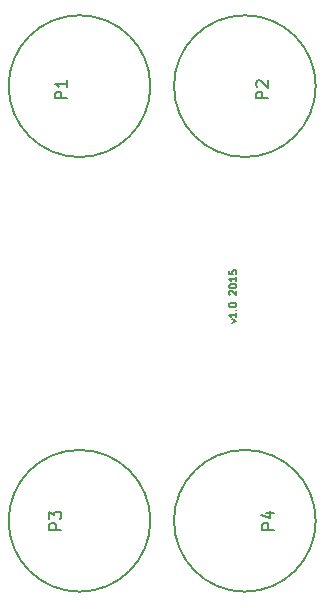
<source format=gto>
G04 #@! TF.FileFunction,Legend,Top*
%FSLAX46Y46*%
G04 Gerber Fmt 4.6, Leading zero omitted, Abs format (unit mm)*
G04 Created by KiCad (PCBNEW (2015-05-13 BZR 5653)-product) date Sunday, September 27, 2015 'PMt' 08:24:50 PM*
%MOMM*%
G01*
G04 APERTURE LIST*
%ADD10C,0.100000*%
%ADD11C,0.150000*%
G04 APERTURE END LIST*
D10*
D11*
X137871429Y-98228573D02*
X138271429Y-98085716D01*
X137871429Y-97942858D01*
X138271429Y-97400001D02*
X138271429Y-97742858D01*
X138271429Y-97571430D02*
X137671429Y-97571430D01*
X137757143Y-97628573D01*
X137814286Y-97685715D01*
X137842857Y-97742858D01*
X138214286Y-97142858D02*
X138242857Y-97114286D01*
X138271429Y-97142858D01*
X138242857Y-97171429D01*
X138214286Y-97142858D01*
X138271429Y-97142858D01*
X137671429Y-96742858D02*
X137671429Y-96685715D01*
X137700000Y-96628572D01*
X137728571Y-96600001D01*
X137785714Y-96571430D01*
X137900000Y-96542858D01*
X138042857Y-96542858D01*
X138157143Y-96571430D01*
X138214286Y-96600001D01*
X138242857Y-96628572D01*
X138271429Y-96685715D01*
X138271429Y-96742858D01*
X138242857Y-96800001D01*
X138214286Y-96828572D01*
X138157143Y-96857144D01*
X138042857Y-96885715D01*
X137900000Y-96885715D01*
X137785714Y-96857144D01*
X137728571Y-96828572D01*
X137700000Y-96800001D01*
X137671429Y-96742858D01*
X137728571Y-95857143D02*
X137700000Y-95828572D01*
X137671429Y-95771429D01*
X137671429Y-95628572D01*
X137700000Y-95571429D01*
X137728571Y-95542858D01*
X137785714Y-95514286D01*
X137842857Y-95514286D01*
X137928571Y-95542858D01*
X138271429Y-95885715D01*
X138271429Y-95514286D01*
X137671429Y-95142857D02*
X137671429Y-95085714D01*
X137700000Y-95028571D01*
X137728571Y-95000000D01*
X137785714Y-94971429D01*
X137900000Y-94942857D01*
X138042857Y-94942857D01*
X138157143Y-94971429D01*
X138214286Y-95000000D01*
X138242857Y-95028571D01*
X138271429Y-95085714D01*
X138271429Y-95142857D01*
X138242857Y-95200000D01*
X138214286Y-95228571D01*
X138157143Y-95257143D01*
X138042857Y-95285714D01*
X137900000Y-95285714D01*
X137785714Y-95257143D01*
X137728571Y-95228571D01*
X137700000Y-95200000D01*
X137671429Y-95142857D01*
X138271429Y-94371428D02*
X138271429Y-94714285D01*
X138271429Y-94542857D02*
X137671429Y-94542857D01*
X137757143Y-94600000D01*
X137814286Y-94657142D01*
X137842857Y-94714285D01*
X137671429Y-93828571D02*
X137671429Y-94114285D01*
X137957143Y-94142856D01*
X137928571Y-94114285D01*
X137900000Y-94057142D01*
X137900000Y-93914285D01*
X137928571Y-93857142D01*
X137957143Y-93828571D01*
X138014286Y-93799999D01*
X138157143Y-93799999D01*
X138214286Y-93828571D01*
X138242857Y-93857142D01*
X138271429Y-93914285D01*
X138271429Y-94057142D01*
X138242857Y-94114285D01*
X138214286Y-94142856D01*
X145000000Y-115000000D02*
G75*
G03X145000000Y-115000000I-6000000J0D01*
G01*
X131000000Y-115000000D02*
G75*
G03X131000000Y-115000000I-6000000J0D01*
G01*
X145000000Y-78200000D02*
G75*
G03X145000000Y-78200000I-6000000J0D01*
G01*
X131000000Y-78200000D02*
G75*
G03X131000000Y-78200000I-6000000J0D01*
G01*
X141452381Y-115738095D02*
X140452381Y-115738095D01*
X140452381Y-115357142D01*
X140500000Y-115261904D01*
X140547619Y-115214285D01*
X140642857Y-115166666D01*
X140785714Y-115166666D01*
X140880952Y-115214285D01*
X140928571Y-115261904D01*
X140976190Y-115357142D01*
X140976190Y-115738095D01*
X140785714Y-114309523D02*
X141452381Y-114309523D01*
X140404762Y-114547619D02*
X141119048Y-114785714D01*
X141119048Y-114166666D01*
X123452381Y-115738095D02*
X122452381Y-115738095D01*
X122452381Y-115357142D01*
X122500000Y-115261904D01*
X122547619Y-115214285D01*
X122642857Y-115166666D01*
X122785714Y-115166666D01*
X122880952Y-115214285D01*
X122928571Y-115261904D01*
X122976190Y-115357142D01*
X122976190Y-115738095D01*
X122452381Y-114833333D02*
X122452381Y-114214285D01*
X122833333Y-114547619D01*
X122833333Y-114404761D01*
X122880952Y-114309523D01*
X122928571Y-114261904D01*
X123023810Y-114214285D01*
X123261905Y-114214285D01*
X123357143Y-114261904D01*
X123404762Y-114309523D01*
X123452381Y-114404761D01*
X123452381Y-114690476D01*
X123404762Y-114785714D01*
X123357143Y-114833333D01*
X140952381Y-79238095D02*
X139952381Y-79238095D01*
X139952381Y-78857142D01*
X140000000Y-78761904D01*
X140047619Y-78714285D01*
X140142857Y-78666666D01*
X140285714Y-78666666D01*
X140380952Y-78714285D01*
X140428571Y-78761904D01*
X140476190Y-78857142D01*
X140476190Y-79238095D01*
X140047619Y-78285714D02*
X140000000Y-78238095D01*
X139952381Y-78142857D01*
X139952381Y-77904761D01*
X140000000Y-77809523D01*
X140047619Y-77761904D01*
X140142857Y-77714285D01*
X140238095Y-77714285D01*
X140380952Y-77761904D01*
X140952381Y-78333333D01*
X140952381Y-77714285D01*
X123952381Y-79238095D02*
X122952381Y-79238095D01*
X122952381Y-78857142D01*
X123000000Y-78761904D01*
X123047619Y-78714285D01*
X123142857Y-78666666D01*
X123285714Y-78666666D01*
X123380952Y-78714285D01*
X123428571Y-78761904D01*
X123476190Y-78857142D01*
X123476190Y-79238095D01*
X123952381Y-77714285D02*
X123952381Y-78285714D01*
X123952381Y-78000000D02*
X122952381Y-78000000D01*
X123095238Y-78095238D01*
X123190476Y-78190476D01*
X123238095Y-78285714D01*
M02*

</source>
